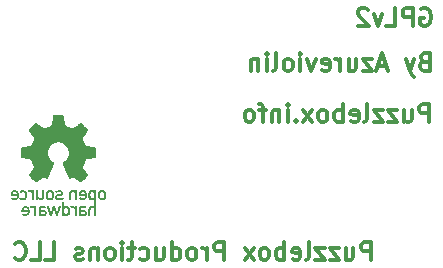
<source format=gbo>
G04 (created by PCBNEW (2013-05-16 BZR 4016)-stable) date 7/10/2013 01:08:46*
%MOIN*%
G04 Gerber Fmt 3.4, Leading zero omitted, Abs format*
%FSLAX34Y34*%
G01*
G70*
G90*
G04 APERTURE LIST*
%ADD10C,0.00590551*%
%ADD11C,0.011811*%
%ADD12C,0.0001*%
G04 APERTURE END LIST*
G54D10*
G54D11*
X100698Y-53929D02*
X100613Y-53957D01*
X100585Y-53985D01*
X100557Y-54042D01*
X100557Y-54126D01*
X100585Y-54182D01*
X100613Y-54210D01*
X100669Y-54239D01*
X100894Y-54239D01*
X100894Y-53648D01*
X100698Y-53648D01*
X100641Y-53676D01*
X100613Y-53704D01*
X100585Y-53760D01*
X100585Y-53817D01*
X100613Y-53873D01*
X100641Y-53901D01*
X100698Y-53929D01*
X100894Y-53929D01*
X100360Y-53845D02*
X100220Y-54239D01*
X100079Y-53845D02*
X100220Y-54239D01*
X100276Y-54379D01*
X100304Y-54407D01*
X100360Y-54435D01*
X99432Y-54070D02*
X99151Y-54070D01*
X99488Y-54239D02*
X99292Y-53648D01*
X99095Y-54239D01*
X98954Y-53845D02*
X98645Y-53845D01*
X98954Y-54239D01*
X98645Y-54239D01*
X98167Y-53845D02*
X98167Y-54239D01*
X98420Y-53845D02*
X98420Y-54154D01*
X98392Y-54210D01*
X98335Y-54239D01*
X98251Y-54239D01*
X98195Y-54210D01*
X98167Y-54182D01*
X97885Y-54239D02*
X97885Y-53845D01*
X97885Y-53957D02*
X97857Y-53901D01*
X97829Y-53873D01*
X97773Y-53845D01*
X97717Y-53845D01*
X97295Y-54210D02*
X97351Y-54239D01*
X97464Y-54239D01*
X97520Y-54210D01*
X97548Y-54154D01*
X97548Y-53929D01*
X97520Y-53873D01*
X97464Y-53845D01*
X97351Y-53845D01*
X97295Y-53873D01*
X97267Y-53929D01*
X97267Y-53985D01*
X97548Y-54042D01*
X97070Y-53845D02*
X96929Y-54239D01*
X96789Y-53845D01*
X96564Y-54239D02*
X96564Y-53845D01*
X96564Y-53648D02*
X96592Y-53676D01*
X96564Y-53704D01*
X96536Y-53676D01*
X96564Y-53648D01*
X96564Y-53704D01*
X96198Y-54239D02*
X96254Y-54210D01*
X96283Y-54182D01*
X96311Y-54126D01*
X96311Y-53957D01*
X96283Y-53901D01*
X96254Y-53873D01*
X96198Y-53845D01*
X96114Y-53845D01*
X96058Y-53873D01*
X96029Y-53901D01*
X96001Y-53957D01*
X96001Y-54126D01*
X96029Y-54182D01*
X96058Y-54210D01*
X96114Y-54239D01*
X96198Y-54239D01*
X95664Y-54239D02*
X95720Y-54210D01*
X95748Y-54154D01*
X95748Y-53648D01*
X95439Y-54239D02*
X95439Y-53845D01*
X95439Y-53648D02*
X95467Y-53676D01*
X95439Y-53704D01*
X95411Y-53676D01*
X95439Y-53648D01*
X95439Y-53704D01*
X95158Y-53845D02*
X95158Y-54239D01*
X95158Y-53901D02*
X95130Y-53873D01*
X95073Y-53845D01*
X94989Y-53845D01*
X94933Y-53873D01*
X94905Y-53929D01*
X94905Y-54239D01*
X100865Y-55939D02*
X100865Y-55348D01*
X100640Y-55348D01*
X100584Y-55376D01*
X100555Y-55404D01*
X100527Y-55460D01*
X100527Y-55545D01*
X100555Y-55601D01*
X100584Y-55629D01*
X100640Y-55657D01*
X100865Y-55657D01*
X100021Y-55545D02*
X100021Y-55939D01*
X100274Y-55545D02*
X100274Y-55854D01*
X100246Y-55910D01*
X100190Y-55939D01*
X100105Y-55939D01*
X100049Y-55910D01*
X100021Y-55882D01*
X99796Y-55545D02*
X99487Y-55545D01*
X99796Y-55939D01*
X99487Y-55939D01*
X99318Y-55545D02*
X99009Y-55545D01*
X99318Y-55939D01*
X99009Y-55939D01*
X98699Y-55939D02*
X98756Y-55910D01*
X98784Y-55854D01*
X98784Y-55348D01*
X98249Y-55910D02*
X98306Y-55939D01*
X98418Y-55939D01*
X98474Y-55910D01*
X98503Y-55854D01*
X98503Y-55629D01*
X98474Y-55573D01*
X98418Y-55545D01*
X98306Y-55545D01*
X98249Y-55573D01*
X98221Y-55629D01*
X98221Y-55685D01*
X98503Y-55742D01*
X97968Y-55939D02*
X97968Y-55348D01*
X97968Y-55573D02*
X97912Y-55545D01*
X97800Y-55545D01*
X97743Y-55573D01*
X97715Y-55601D01*
X97687Y-55657D01*
X97687Y-55826D01*
X97715Y-55882D01*
X97743Y-55910D01*
X97800Y-55939D01*
X97912Y-55939D01*
X97968Y-55910D01*
X97350Y-55939D02*
X97406Y-55910D01*
X97434Y-55882D01*
X97462Y-55826D01*
X97462Y-55657D01*
X97434Y-55601D01*
X97406Y-55573D01*
X97350Y-55545D01*
X97265Y-55545D01*
X97209Y-55573D01*
X97181Y-55601D01*
X97153Y-55657D01*
X97153Y-55826D01*
X97181Y-55882D01*
X97209Y-55910D01*
X97265Y-55939D01*
X97350Y-55939D01*
X96956Y-55939D02*
X96647Y-55545D01*
X96956Y-55545D02*
X96647Y-55939D01*
X96422Y-55882D02*
X96393Y-55910D01*
X96422Y-55939D01*
X96450Y-55910D01*
X96422Y-55882D01*
X96422Y-55939D01*
X96140Y-55939D02*
X96140Y-55545D01*
X96140Y-55348D02*
X96168Y-55376D01*
X96140Y-55404D01*
X96112Y-55376D01*
X96140Y-55348D01*
X96140Y-55404D01*
X95859Y-55545D02*
X95859Y-55939D01*
X95859Y-55601D02*
X95831Y-55573D01*
X95775Y-55545D01*
X95690Y-55545D01*
X95634Y-55573D01*
X95606Y-55629D01*
X95606Y-55939D01*
X95409Y-55545D02*
X95184Y-55545D01*
X95325Y-55939D02*
X95325Y-55432D01*
X95297Y-55376D01*
X95240Y-55348D01*
X95184Y-55348D01*
X94903Y-55939D02*
X94959Y-55910D01*
X94987Y-55882D01*
X95015Y-55826D01*
X95015Y-55657D01*
X94987Y-55601D01*
X94959Y-55573D01*
X94903Y-55545D01*
X94819Y-55545D01*
X94762Y-55573D01*
X94734Y-55601D01*
X94706Y-55657D01*
X94706Y-55826D01*
X94734Y-55882D01*
X94762Y-55910D01*
X94819Y-55939D01*
X94903Y-55939D01*
X98919Y-60539D02*
X98919Y-59948D01*
X98694Y-59948D01*
X98638Y-59976D01*
X98610Y-60004D01*
X98582Y-60060D01*
X98582Y-60145D01*
X98610Y-60201D01*
X98638Y-60229D01*
X98694Y-60257D01*
X98919Y-60257D01*
X98075Y-60145D02*
X98075Y-60539D01*
X98329Y-60145D02*
X98329Y-60454D01*
X98300Y-60510D01*
X98244Y-60539D01*
X98160Y-60539D01*
X98104Y-60510D01*
X98075Y-60482D01*
X97850Y-60145D02*
X97541Y-60145D01*
X97850Y-60539D01*
X97541Y-60539D01*
X97372Y-60145D02*
X97063Y-60145D01*
X97372Y-60539D01*
X97063Y-60539D01*
X96754Y-60539D02*
X96810Y-60510D01*
X96838Y-60454D01*
X96838Y-59948D01*
X96304Y-60510D02*
X96360Y-60539D01*
X96473Y-60539D01*
X96529Y-60510D01*
X96557Y-60454D01*
X96557Y-60229D01*
X96529Y-60173D01*
X96473Y-60145D01*
X96360Y-60145D01*
X96304Y-60173D01*
X96276Y-60229D01*
X96276Y-60285D01*
X96557Y-60342D01*
X96023Y-60539D02*
X96023Y-59948D01*
X96023Y-60173D02*
X95966Y-60145D01*
X95854Y-60145D01*
X95798Y-60173D01*
X95769Y-60201D01*
X95741Y-60257D01*
X95741Y-60426D01*
X95769Y-60482D01*
X95798Y-60510D01*
X95854Y-60539D01*
X95966Y-60539D01*
X96023Y-60510D01*
X95404Y-60539D02*
X95460Y-60510D01*
X95488Y-60482D01*
X95516Y-60426D01*
X95516Y-60257D01*
X95488Y-60201D01*
X95460Y-60173D01*
X95404Y-60145D01*
X95320Y-60145D01*
X95263Y-60173D01*
X95235Y-60201D01*
X95207Y-60257D01*
X95207Y-60426D01*
X95235Y-60482D01*
X95263Y-60510D01*
X95320Y-60539D01*
X95404Y-60539D01*
X95010Y-60539D02*
X94701Y-60145D01*
X95010Y-60145D02*
X94701Y-60539D01*
X94026Y-60539D02*
X94026Y-59948D01*
X93801Y-59948D01*
X93745Y-59976D01*
X93717Y-60004D01*
X93688Y-60060D01*
X93688Y-60145D01*
X93717Y-60201D01*
X93745Y-60229D01*
X93801Y-60257D01*
X94026Y-60257D01*
X93435Y-60539D02*
X93435Y-60145D01*
X93435Y-60257D02*
X93407Y-60201D01*
X93379Y-60173D01*
X93323Y-60145D01*
X93267Y-60145D01*
X92985Y-60539D02*
X93042Y-60510D01*
X93070Y-60482D01*
X93098Y-60426D01*
X93098Y-60257D01*
X93070Y-60201D01*
X93042Y-60173D01*
X92985Y-60145D01*
X92901Y-60145D01*
X92845Y-60173D01*
X92817Y-60201D01*
X92789Y-60257D01*
X92789Y-60426D01*
X92817Y-60482D01*
X92845Y-60510D01*
X92901Y-60539D01*
X92985Y-60539D01*
X92282Y-60539D02*
X92282Y-59948D01*
X92282Y-60510D02*
X92339Y-60539D01*
X92451Y-60539D01*
X92507Y-60510D01*
X92535Y-60482D01*
X92564Y-60426D01*
X92564Y-60257D01*
X92535Y-60201D01*
X92507Y-60173D01*
X92451Y-60145D01*
X92339Y-60145D01*
X92282Y-60173D01*
X91748Y-60145D02*
X91748Y-60539D01*
X92001Y-60145D02*
X92001Y-60454D01*
X91973Y-60510D01*
X91917Y-60539D01*
X91832Y-60539D01*
X91776Y-60510D01*
X91748Y-60482D01*
X91214Y-60510D02*
X91270Y-60539D01*
X91383Y-60539D01*
X91439Y-60510D01*
X91467Y-60482D01*
X91495Y-60426D01*
X91495Y-60257D01*
X91467Y-60201D01*
X91439Y-60173D01*
X91383Y-60145D01*
X91270Y-60145D01*
X91214Y-60173D01*
X91045Y-60145D02*
X90820Y-60145D01*
X90961Y-59948D02*
X90961Y-60454D01*
X90933Y-60510D01*
X90876Y-60539D01*
X90820Y-60539D01*
X90623Y-60539D02*
X90623Y-60145D01*
X90623Y-59948D02*
X90651Y-59976D01*
X90623Y-60004D01*
X90595Y-59976D01*
X90623Y-59948D01*
X90623Y-60004D01*
X90258Y-60539D02*
X90314Y-60510D01*
X90342Y-60482D01*
X90370Y-60426D01*
X90370Y-60257D01*
X90342Y-60201D01*
X90314Y-60173D01*
X90258Y-60145D01*
X90173Y-60145D01*
X90117Y-60173D01*
X90089Y-60201D01*
X90061Y-60257D01*
X90061Y-60426D01*
X90089Y-60482D01*
X90117Y-60510D01*
X90173Y-60539D01*
X90258Y-60539D01*
X89808Y-60145D02*
X89808Y-60539D01*
X89808Y-60201D02*
X89780Y-60173D01*
X89723Y-60145D01*
X89639Y-60145D01*
X89583Y-60173D01*
X89555Y-60229D01*
X89555Y-60539D01*
X89302Y-60510D02*
X89245Y-60539D01*
X89133Y-60539D01*
X89077Y-60510D01*
X89048Y-60454D01*
X89048Y-60426D01*
X89077Y-60370D01*
X89133Y-60342D01*
X89217Y-60342D01*
X89273Y-60314D01*
X89302Y-60257D01*
X89302Y-60229D01*
X89273Y-60173D01*
X89217Y-60145D01*
X89133Y-60145D01*
X89077Y-60173D01*
X88064Y-60539D02*
X88345Y-60539D01*
X88345Y-59948D01*
X87586Y-60539D02*
X87867Y-60539D01*
X87867Y-59948D01*
X87052Y-60482D02*
X87080Y-60510D01*
X87164Y-60539D01*
X87221Y-60539D01*
X87305Y-60510D01*
X87361Y-60454D01*
X87389Y-60398D01*
X87417Y-60285D01*
X87417Y-60201D01*
X87389Y-60089D01*
X87361Y-60032D01*
X87305Y-59976D01*
X87221Y-59948D01*
X87164Y-59948D01*
X87080Y-59976D01*
X87052Y-60004D01*
X100585Y-52176D02*
X100642Y-52148D01*
X100726Y-52148D01*
X100810Y-52176D01*
X100867Y-52232D01*
X100895Y-52289D01*
X100923Y-52401D01*
X100923Y-52485D01*
X100895Y-52598D01*
X100867Y-52654D01*
X100810Y-52710D01*
X100726Y-52739D01*
X100670Y-52739D01*
X100585Y-52710D01*
X100557Y-52682D01*
X100557Y-52485D01*
X100670Y-52485D01*
X100304Y-52739D02*
X100304Y-52148D01*
X100079Y-52148D01*
X100023Y-52176D01*
X99995Y-52204D01*
X99967Y-52260D01*
X99967Y-52345D01*
X99995Y-52401D01*
X100023Y-52429D01*
X100079Y-52457D01*
X100304Y-52457D01*
X99432Y-52739D02*
X99714Y-52739D01*
X99714Y-52148D01*
X99292Y-52345D02*
X99151Y-52739D01*
X99011Y-52345D01*
X98814Y-52204D02*
X98786Y-52176D01*
X98729Y-52148D01*
X98589Y-52148D01*
X98532Y-52176D01*
X98504Y-52204D01*
X98476Y-52260D01*
X98476Y-52317D01*
X98504Y-52401D01*
X98842Y-52739D01*
X98476Y-52739D01*
G54D12*
G36*
X89179Y-59073D02*
X89215Y-59073D01*
X89250Y-59073D01*
X89250Y-59060D01*
X89250Y-59046D01*
X89250Y-58956D01*
X89250Y-58933D01*
X89300Y-58933D01*
X89323Y-58934D01*
X89341Y-58935D01*
X89354Y-58936D01*
X89364Y-58939D01*
X89372Y-58944D01*
X89378Y-58949D01*
X89378Y-58950D01*
X89384Y-58961D01*
X89385Y-58972D01*
X89382Y-58986D01*
X89374Y-58998D01*
X89359Y-59007D01*
X89355Y-59009D01*
X89344Y-59011D01*
X89329Y-59012D01*
X89312Y-59012D01*
X89295Y-59011D01*
X89281Y-59009D01*
X89272Y-59006D01*
X89261Y-58998D01*
X89254Y-58983D01*
X89250Y-58964D01*
X89250Y-58956D01*
X89250Y-59046D01*
X89263Y-59057D01*
X89274Y-59065D01*
X89287Y-59071D01*
X89291Y-59073D01*
X89312Y-59076D01*
X89336Y-59076D01*
X89360Y-59074D01*
X89380Y-59069D01*
X89401Y-59059D01*
X89420Y-59045D01*
X89435Y-59027D01*
X89445Y-59007D01*
X89445Y-59005D01*
X89450Y-58979D01*
X89448Y-58955D01*
X89440Y-58932D01*
X89427Y-58912D01*
X89408Y-58896D01*
X89393Y-58887D01*
X89387Y-58884D01*
X89380Y-58882D01*
X89373Y-58880D01*
X89364Y-58879D01*
X89352Y-58878D01*
X89335Y-58878D01*
X89313Y-58877D01*
X89313Y-58877D01*
X89250Y-58876D01*
X89250Y-58853D01*
X89251Y-58840D01*
X89252Y-58829D01*
X89254Y-58822D01*
X89261Y-58813D01*
X89275Y-58806D01*
X89293Y-58802D01*
X89301Y-58801D01*
X89325Y-58800D01*
X89343Y-58802D01*
X89357Y-58807D01*
X89368Y-58814D01*
X89374Y-58818D01*
X89378Y-58821D01*
X89382Y-58821D01*
X89388Y-58818D01*
X89397Y-58813D01*
X89409Y-58803D01*
X89411Y-58802D01*
X89422Y-58794D01*
X89428Y-58789D01*
X89430Y-58785D01*
X89430Y-58781D01*
X89428Y-58778D01*
X89420Y-58769D01*
X89407Y-58760D01*
X89392Y-58751D01*
X89377Y-58744D01*
X89369Y-58742D01*
X89357Y-58739D01*
X89344Y-58737D01*
X89328Y-58737D01*
X89310Y-58737D01*
X89279Y-58740D01*
X89253Y-58745D01*
X89232Y-58753D01*
X89215Y-58765D01*
X89201Y-58780D01*
X89200Y-58782D01*
X89195Y-58788D01*
X89192Y-58794D01*
X89189Y-58801D01*
X89187Y-58808D01*
X89185Y-58817D01*
X89184Y-58829D01*
X89183Y-58844D01*
X89182Y-58863D01*
X89182Y-58887D01*
X89181Y-58916D01*
X89181Y-58946D01*
X89179Y-59073D01*
X89179Y-59073D01*
X89179Y-59073D01*
G37*
G36*
X88617Y-59073D02*
X88650Y-59073D01*
X88683Y-59073D01*
X88683Y-59057D01*
X88683Y-59040D01*
X88685Y-59042D01*
X88685Y-58915D01*
X88686Y-58893D01*
X88687Y-58871D01*
X88690Y-58852D01*
X88694Y-58838D01*
X88696Y-58834D01*
X88707Y-58820D01*
X88721Y-58810D01*
X88738Y-58805D01*
X88755Y-58804D01*
X88772Y-58808D01*
X88788Y-58815D01*
X88800Y-58828D01*
X88804Y-58834D01*
X88809Y-58847D01*
X88812Y-58865D01*
X88814Y-58886D01*
X88814Y-58909D01*
X88814Y-58931D01*
X88812Y-58952D01*
X88808Y-58969D01*
X88804Y-58979D01*
X88798Y-58989D01*
X88790Y-58997D01*
X88789Y-58998D01*
X88775Y-59005D01*
X88758Y-59008D01*
X88740Y-59008D01*
X88723Y-59004D01*
X88715Y-59000D01*
X88704Y-58991D01*
X88695Y-58976D01*
X88689Y-58955D01*
X88687Y-58937D01*
X88685Y-58915D01*
X88685Y-59042D01*
X88702Y-59054D01*
X88727Y-59067D01*
X88752Y-59075D01*
X88778Y-59076D01*
X88804Y-59072D01*
X88807Y-59071D01*
X88830Y-59059D01*
X88850Y-59043D01*
X88862Y-59029D01*
X88868Y-59019D01*
X88872Y-59010D01*
X88876Y-59001D01*
X88878Y-58990D01*
X88880Y-58977D01*
X88881Y-58960D01*
X88881Y-58939D01*
X88882Y-58913D01*
X88882Y-58903D01*
X88881Y-58878D01*
X88881Y-58859D01*
X88881Y-58844D01*
X88880Y-58833D01*
X88879Y-58824D01*
X88878Y-58817D01*
X88876Y-58811D01*
X88874Y-58805D01*
X88861Y-58782D01*
X88844Y-58764D01*
X88822Y-58749D01*
X88798Y-58740D01*
X88778Y-58737D01*
X88753Y-58738D01*
X88730Y-58744D01*
X88709Y-58756D01*
X88703Y-58760D01*
X88685Y-58774D01*
X88684Y-58690D01*
X88683Y-58607D01*
X88650Y-58607D01*
X88617Y-58607D01*
X88617Y-58840D01*
X88617Y-59073D01*
X88617Y-59073D01*
X88617Y-59073D01*
G37*
G36*
X87836Y-59073D02*
X87870Y-59073D01*
X87903Y-59073D01*
X87903Y-58933D01*
X87955Y-58933D01*
X87979Y-58934D01*
X87997Y-58935D01*
X88011Y-58936D01*
X88021Y-58939D01*
X88028Y-58943D01*
X88034Y-58949D01*
X88035Y-58950D01*
X88039Y-58961D01*
X88040Y-58974D01*
X88038Y-58986D01*
X88035Y-58993D01*
X88026Y-59001D01*
X88015Y-59008D01*
X88000Y-59011D01*
X87979Y-59012D01*
X87964Y-59012D01*
X87947Y-59011D01*
X87935Y-59009D01*
X87928Y-59007D01*
X87924Y-59004D01*
X87916Y-58997D01*
X87911Y-58988D01*
X87907Y-58976D01*
X87905Y-58958D01*
X87905Y-58958D01*
X87903Y-58933D01*
X87903Y-59073D01*
X87903Y-59073D01*
X87903Y-59060D01*
X87904Y-59051D01*
X87907Y-59047D01*
X87911Y-59049D01*
X87913Y-59053D01*
X87918Y-59057D01*
X87926Y-59063D01*
X87932Y-59067D01*
X87942Y-59071D01*
X87952Y-59073D01*
X87965Y-59075D01*
X87980Y-59076D01*
X87999Y-59076D01*
X88016Y-59074D01*
X88027Y-59072D01*
X88053Y-59062D01*
X88074Y-59047D01*
X88090Y-59029D01*
X88100Y-59007D01*
X88104Y-58982D01*
X88104Y-58975D01*
X88101Y-58949D01*
X88093Y-58926D01*
X88078Y-58907D01*
X88058Y-58892D01*
X88047Y-58886D01*
X88041Y-58883D01*
X88034Y-58881D01*
X88025Y-58880D01*
X88014Y-58879D01*
X87999Y-58878D01*
X87978Y-58877D01*
X87968Y-58877D01*
X87905Y-58875D01*
X87906Y-58851D01*
X87906Y-58838D01*
X87908Y-58827D01*
X87910Y-58820D01*
X87918Y-58812D01*
X87931Y-58806D01*
X87949Y-58802D01*
X87964Y-58801D01*
X87985Y-58801D01*
X88002Y-58803D01*
X88015Y-58808D01*
X88027Y-58816D01*
X88037Y-58824D01*
X88062Y-58805D01*
X88073Y-58797D01*
X88081Y-58790D01*
X88086Y-58785D01*
X88087Y-58784D01*
X88084Y-58779D01*
X88077Y-58772D01*
X88067Y-58764D01*
X88056Y-58756D01*
X88044Y-58749D01*
X88042Y-58748D01*
X88034Y-58744D01*
X88026Y-58742D01*
X88019Y-58740D01*
X88010Y-58739D01*
X87997Y-58739D01*
X87980Y-58739D01*
X87972Y-58739D01*
X87951Y-58739D01*
X87937Y-58739D01*
X87925Y-58740D01*
X87916Y-58742D01*
X87908Y-58744D01*
X87902Y-58747D01*
X87880Y-58758D01*
X87861Y-58775D01*
X87848Y-58794D01*
X87846Y-58798D01*
X87844Y-58802D01*
X87843Y-58807D01*
X87841Y-58812D01*
X87840Y-58818D01*
X87839Y-58826D01*
X87839Y-58837D01*
X87838Y-58852D01*
X87838Y-58870D01*
X87838Y-58894D01*
X87837Y-58923D01*
X87837Y-58944D01*
X87836Y-59073D01*
X87836Y-59073D01*
X87836Y-59073D01*
G37*
G36*
X87263Y-58933D02*
X87333Y-58933D01*
X87333Y-58877D01*
X87333Y-58866D01*
X87335Y-58855D01*
X87340Y-58842D01*
X87346Y-58829D01*
X87353Y-58818D01*
X87355Y-58816D01*
X87369Y-58807D01*
X87387Y-58802D01*
X87403Y-58800D01*
X87422Y-58803D01*
X87440Y-58812D01*
X87454Y-58826D01*
X87464Y-58843D01*
X87469Y-58861D01*
X87471Y-58877D01*
X87402Y-58877D01*
X87333Y-58877D01*
X87333Y-58933D01*
X87367Y-58933D01*
X87470Y-58933D01*
X87470Y-58944D01*
X87468Y-58953D01*
X87465Y-58965D01*
X87462Y-58973D01*
X87451Y-58989D01*
X87435Y-59002D01*
X87417Y-59010D01*
X87396Y-59013D01*
X87374Y-59011D01*
X87353Y-59003D01*
X87338Y-58995D01*
X87328Y-58989D01*
X87321Y-58985D01*
X87318Y-58984D01*
X87314Y-58986D01*
X87307Y-58991D01*
X87298Y-58999D01*
X87293Y-59003D01*
X87272Y-59023D01*
X87285Y-59037D01*
X87304Y-59052D01*
X87328Y-59064D01*
X87354Y-59072D01*
X87382Y-59076D01*
X87410Y-59076D01*
X87434Y-59072D01*
X87462Y-59061D01*
X87486Y-59046D01*
X87505Y-59027D01*
X87520Y-59003D01*
X87530Y-58974D01*
X87536Y-58941D01*
X87538Y-58908D01*
X87537Y-58879D01*
X87533Y-58853D01*
X87527Y-58830D01*
X87518Y-58808D01*
X87518Y-58807D01*
X87503Y-58784D01*
X87484Y-58765D01*
X87462Y-58751D01*
X87438Y-58742D01*
X87412Y-58737D01*
X87385Y-58737D01*
X87359Y-58743D01*
X87334Y-58754D01*
X87311Y-58770D01*
X87305Y-58776D01*
X87289Y-58795D01*
X87277Y-58817D01*
X87269Y-58843D01*
X87264Y-58874D01*
X87263Y-58903D01*
X87263Y-58933D01*
X87263Y-58933D01*
X87263Y-58933D01*
G37*
G36*
X89497Y-59073D02*
X89530Y-59073D01*
X89563Y-59073D01*
X89564Y-58963D01*
X89564Y-58932D01*
X89565Y-58908D01*
X89565Y-58889D01*
X89565Y-58874D01*
X89566Y-58863D01*
X89567Y-58855D01*
X89568Y-58849D01*
X89569Y-58844D01*
X89571Y-58840D01*
X89572Y-58838D01*
X89585Y-58821D01*
X89601Y-58810D01*
X89620Y-58804D01*
X89637Y-58805D01*
X89658Y-58810D01*
X89674Y-58820D01*
X89684Y-58833D01*
X89686Y-58836D01*
X89688Y-58840D01*
X89689Y-58844D01*
X89690Y-58851D01*
X89691Y-58859D01*
X89692Y-58871D01*
X89692Y-58886D01*
X89693Y-58906D01*
X89693Y-58931D01*
X89693Y-58958D01*
X89695Y-59072D01*
X89729Y-59073D01*
X89763Y-59074D01*
X89763Y-58643D01*
X89763Y-58213D01*
X89729Y-58214D01*
X89695Y-58215D01*
X89693Y-58231D01*
X89692Y-58247D01*
X89684Y-58239D01*
X89677Y-58233D01*
X89666Y-58227D01*
X89656Y-58221D01*
X89643Y-58216D01*
X89631Y-58213D01*
X89617Y-58212D01*
X89608Y-58212D01*
X89594Y-58212D01*
X89583Y-58214D01*
X89572Y-58217D01*
X89560Y-58222D01*
X89559Y-58223D01*
X89537Y-58237D01*
X89520Y-58255D01*
X89507Y-58277D01*
X89506Y-58280D01*
X89504Y-58286D01*
X89502Y-58292D01*
X89501Y-58299D01*
X89500Y-58308D01*
X89499Y-58319D01*
X89499Y-58335D01*
X89499Y-58355D01*
X89498Y-58380D01*
X89499Y-58410D01*
X89499Y-58434D01*
X89500Y-58453D01*
X89502Y-58468D01*
X89505Y-58480D01*
X89509Y-58490D01*
X89514Y-58499D01*
X89521Y-58508D01*
X89530Y-58517D01*
X89531Y-58518D01*
X89550Y-58534D01*
X89565Y-58542D01*
X89565Y-58383D01*
X89566Y-58353D01*
X89569Y-58329D01*
X89574Y-58311D01*
X89582Y-58297D01*
X89593Y-58287D01*
X89607Y-58282D01*
X89625Y-58280D01*
X89630Y-58280D01*
X89649Y-58282D01*
X89664Y-58288D01*
X89677Y-58299D01*
X89678Y-58301D01*
X89685Y-58312D01*
X89689Y-58326D01*
X89692Y-58343D01*
X89693Y-58366D01*
X89693Y-58391D01*
X89692Y-58410D01*
X89691Y-58423D01*
X89690Y-58433D01*
X89688Y-58441D01*
X89685Y-58449D01*
X89683Y-58452D01*
X89673Y-58467D01*
X89658Y-58477D01*
X89640Y-58482D01*
X89625Y-58483D01*
X89609Y-58481D01*
X89596Y-58476D01*
X89592Y-58473D01*
X89583Y-58465D01*
X89576Y-58456D01*
X89571Y-58443D01*
X89567Y-58427D01*
X89566Y-58406D01*
X89565Y-58383D01*
X89565Y-58542D01*
X89569Y-58544D01*
X89590Y-58549D01*
X89606Y-58551D01*
X89634Y-58548D01*
X89659Y-58538D01*
X89676Y-58528D01*
X89684Y-58522D01*
X89690Y-58518D01*
X89692Y-58518D01*
X89692Y-58521D01*
X89693Y-58531D01*
X89693Y-58545D01*
X89693Y-58564D01*
X89693Y-58587D01*
X89693Y-58613D01*
X89693Y-58641D01*
X89693Y-58645D01*
X89692Y-58771D01*
X89679Y-58760D01*
X89657Y-58747D01*
X89633Y-58739D01*
X89607Y-58737D01*
X89582Y-58740D01*
X89558Y-58748D01*
X89537Y-58762D01*
X89535Y-58764D01*
X89518Y-58782D01*
X89506Y-58804D01*
X89502Y-58817D01*
X89501Y-58823D01*
X89499Y-58830D01*
X89498Y-58839D01*
X89498Y-58852D01*
X89497Y-58868D01*
X89497Y-58888D01*
X89497Y-58913D01*
X89497Y-58944D01*
X89497Y-58954D01*
X89497Y-59073D01*
X89497Y-59073D01*
X89497Y-59073D01*
G37*
G36*
X88884Y-58762D02*
X88907Y-58790D01*
X88917Y-58801D01*
X88925Y-58811D01*
X88931Y-58817D01*
X88933Y-58818D01*
X88937Y-58817D01*
X88945Y-58813D01*
X88951Y-58810D01*
X88970Y-58805D01*
X88989Y-58805D01*
X89007Y-58811D01*
X89022Y-58822D01*
X89033Y-58837D01*
X89033Y-58838D01*
X89035Y-58842D01*
X89036Y-58846D01*
X89038Y-58852D01*
X89039Y-58859D01*
X89039Y-58868D01*
X89040Y-58881D01*
X89040Y-58898D01*
X89040Y-58919D01*
X89040Y-58946D01*
X89040Y-58963D01*
X89040Y-59073D01*
X89075Y-59073D01*
X89110Y-59073D01*
X89110Y-58907D01*
X89110Y-58740D01*
X89075Y-58740D01*
X89040Y-58740D01*
X89040Y-58757D01*
X89040Y-58774D01*
X89026Y-58762D01*
X89005Y-58748D01*
X88981Y-58740D01*
X88955Y-58737D01*
X88936Y-58739D01*
X88916Y-58743D01*
X88899Y-58751D01*
X88891Y-58756D01*
X88884Y-58762D01*
X88884Y-58762D01*
X88884Y-58762D01*
G37*
G36*
X88110Y-58741D02*
X88111Y-58744D01*
X88114Y-58753D01*
X88118Y-58767D01*
X88124Y-58786D01*
X88132Y-58809D01*
X88140Y-58835D01*
X88149Y-58864D01*
X88159Y-58895D01*
X88163Y-58907D01*
X88216Y-59072D01*
X88246Y-59073D01*
X88276Y-59074D01*
X88279Y-59063D01*
X88285Y-59043D01*
X88291Y-59021D01*
X88298Y-58998D01*
X88306Y-58973D01*
X88313Y-58949D01*
X88320Y-58925D01*
X88327Y-58903D01*
X88333Y-58884D01*
X88339Y-58867D01*
X88343Y-58855D01*
X88345Y-58847D01*
X88346Y-58845D01*
X88348Y-58849D01*
X88351Y-58858D01*
X88355Y-58872D01*
X88361Y-58890D01*
X88367Y-58912D01*
X88375Y-58937D01*
X88382Y-58959D01*
X88415Y-59072D01*
X88445Y-59073D01*
X88475Y-59074D01*
X88528Y-58909D01*
X88538Y-58878D01*
X88547Y-58848D01*
X88556Y-58821D01*
X88564Y-58796D01*
X88570Y-58776D01*
X88575Y-58760D01*
X88578Y-58749D01*
X88580Y-58743D01*
X88580Y-58743D01*
X88577Y-58741D01*
X88569Y-58740D01*
X88558Y-58740D01*
X88545Y-58740D01*
X88532Y-58741D01*
X88520Y-58741D01*
X88512Y-58743D01*
X88509Y-58744D01*
X88508Y-58748D01*
X88505Y-58758D01*
X88501Y-58773D01*
X88496Y-58791D01*
X88490Y-58814D01*
X88483Y-58838D01*
X88478Y-58857D01*
X88471Y-58883D01*
X88465Y-58906D01*
X88459Y-58927D01*
X88454Y-58945D01*
X88450Y-58958D01*
X88448Y-58965D01*
X88447Y-58968D01*
X88445Y-58965D01*
X88442Y-58957D01*
X88437Y-58944D01*
X88431Y-58926D01*
X88424Y-58905D01*
X88416Y-58881D01*
X88408Y-58856D01*
X88371Y-58742D01*
X88346Y-58741D01*
X88321Y-58740D01*
X88284Y-58855D01*
X88275Y-58881D01*
X88267Y-58905D01*
X88260Y-58927D01*
X88254Y-58945D01*
X88250Y-58958D01*
X88247Y-58967D01*
X88245Y-58970D01*
X88244Y-58967D01*
X88242Y-58958D01*
X88238Y-58944D01*
X88233Y-58926D01*
X88227Y-58905D01*
X88220Y-58880D01*
X88213Y-58855D01*
X88182Y-58740D01*
X88146Y-58740D01*
X88131Y-58740D01*
X88120Y-58740D01*
X88112Y-58741D01*
X88110Y-58741D01*
X88110Y-58741D01*
X88110Y-58741D01*
G37*
G36*
X87543Y-58761D02*
X87545Y-58767D01*
X87550Y-58775D01*
X87560Y-58787D01*
X87563Y-58791D01*
X87588Y-58819D01*
X87603Y-58811D01*
X87621Y-58805D01*
X87640Y-58805D01*
X87658Y-58809D01*
X87673Y-58819D01*
X87686Y-58833D01*
X87693Y-58849D01*
X87694Y-58856D01*
X87695Y-58869D01*
X87696Y-58887D01*
X87696Y-58909D01*
X87696Y-58936D01*
X87697Y-58965D01*
X87697Y-58968D01*
X87697Y-59073D01*
X87730Y-59073D01*
X87763Y-59073D01*
X87763Y-58907D01*
X87763Y-58740D01*
X87730Y-58740D01*
X87697Y-58740D01*
X87697Y-58757D01*
X87697Y-58774D01*
X87685Y-58764D01*
X87669Y-58752D01*
X87653Y-58744D01*
X87634Y-58740D01*
X87610Y-58738D01*
X87610Y-58738D01*
X87594Y-58739D01*
X87582Y-58740D01*
X87573Y-58742D01*
X87565Y-58746D01*
X87565Y-58746D01*
X87553Y-58752D01*
X87546Y-58757D01*
X87543Y-58761D01*
X87543Y-58761D01*
X87543Y-58761D01*
G37*
G36*
X88390Y-58441D02*
X88391Y-58464D01*
X88398Y-58486D01*
X88407Y-58503D01*
X88417Y-58514D01*
X88431Y-58524D01*
X88447Y-58534D01*
X88462Y-58541D01*
X88463Y-58542D01*
X88480Y-58546D01*
X88501Y-58549D01*
X88524Y-58550D01*
X88546Y-58550D01*
X88551Y-58550D01*
X88586Y-58543D01*
X88619Y-58529D01*
X88641Y-58517D01*
X88655Y-58507D01*
X88665Y-58500D01*
X88669Y-58495D01*
X88668Y-58489D01*
X88663Y-58482D01*
X88654Y-58472D01*
X88650Y-58468D01*
X88627Y-58445D01*
X88614Y-58456D01*
X88590Y-58472D01*
X88564Y-58482D01*
X88536Y-58486D01*
X88516Y-58486D01*
X88495Y-58484D01*
X88480Y-58480D01*
X88470Y-58473D01*
X88462Y-58462D01*
X88461Y-58461D01*
X88457Y-58448D01*
X88459Y-58436D01*
X88465Y-58425D01*
X88472Y-58420D01*
X88479Y-58418D01*
X88491Y-58416D01*
X88506Y-58413D01*
X88524Y-58411D01*
X88528Y-58411D01*
X88548Y-58408D01*
X88566Y-58406D01*
X88581Y-58403D01*
X88591Y-58400D01*
X88592Y-58400D01*
X88614Y-58388D01*
X88631Y-58373D01*
X88643Y-58353D01*
X88650Y-58329D01*
X88651Y-58311D01*
X88648Y-58285D01*
X88639Y-58263D01*
X88625Y-58245D01*
X88606Y-58230D01*
X88582Y-58219D01*
X88553Y-58213D01*
X88537Y-58211D01*
X88501Y-58212D01*
X88467Y-58219D01*
X88436Y-58231D01*
X88410Y-58246D01*
X88396Y-58256D01*
X88417Y-58280D01*
X88426Y-58290D01*
X88434Y-58298D01*
X88438Y-58302D01*
X88440Y-58303D01*
X88443Y-58301D01*
X88451Y-58297D01*
X88462Y-58292D01*
X88463Y-58291D01*
X88484Y-58283D01*
X88506Y-58277D01*
X88527Y-58275D01*
X88547Y-58276D01*
X88563Y-58280D01*
X88570Y-58284D01*
X88579Y-58295D01*
X88583Y-58308D01*
X88582Y-58321D01*
X88580Y-58327D01*
X88575Y-58333D01*
X88566Y-58338D01*
X88553Y-58342D01*
X88535Y-58344D01*
X88511Y-58347D01*
X88510Y-58347D01*
X88483Y-58350D01*
X88461Y-58354D01*
X88445Y-58359D01*
X88431Y-58366D01*
X88419Y-58375D01*
X88415Y-58379D01*
X88402Y-58397D01*
X88394Y-58418D01*
X88390Y-58441D01*
X88390Y-58441D01*
X88390Y-58441D01*
G37*
G36*
X89821Y-58401D02*
X89822Y-58426D01*
X89824Y-58446D01*
X89829Y-58464D01*
X89836Y-58479D01*
X89843Y-58493D01*
X89857Y-58510D01*
X89873Y-58524D01*
X89887Y-58533D01*
X89887Y-58386D01*
X89887Y-58370D01*
X89889Y-58346D01*
X89893Y-58326D01*
X89898Y-58312D01*
X89906Y-58300D01*
X89914Y-58293D01*
X89926Y-58285D01*
X89937Y-58281D01*
X89951Y-58280D01*
X89957Y-58280D01*
X89978Y-58282D01*
X89995Y-58290D01*
X90008Y-58302D01*
X90018Y-58320D01*
X90024Y-58343D01*
X90026Y-58372D01*
X90026Y-58397D01*
X90023Y-58422D01*
X90018Y-58442D01*
X90010Y-58457D01*
X89999Y-58469D01*
X89985Y-58477D01*
X89969Y-58482D01*
X89951Y-58482D01*
X89932Y-58479D01*
X89922Y-58475D01*
X89909Y-58466D01*
X89899Y-58453D01*
X89892Y-58436D01*
X89888Y-58414D01*
X89887Y-58386D01*
X89887Y-58533D01*
X89892Y-58536D01*
X89898Y-58539D01*
X89906Y-58543D01*
X89915Y-58546D01*
X89924Y-58548D01*
X89938Y-58549D01*
X89952Y-58549D01*
X89972Y-58549D01*
X89987Y-58548D01*
X89998Y-58546D01*
X90003Y-58544D01*
X90028Y-58532D01*
X90051Y-58514D01*
X90060Y-58504D01*
X90071Y-58490D01*
X90080Y-58475D01*
X90086Y-58458D01*
X90090Y-58437D01*
X90092Y-58413D01*
X90093Y-58383D01*
X90093Y-58380D01*
X90093Y-58351D01*
X90090Y-58326D01*
X90086Y-58306D01*
X90080Y-58289D01*
X90072Y-58273D01*
X90068Y-58268D01*
X90050Y-58246D01*
X90029Y-58230D01*
X90004Y-58219D01*
X89984Y-58213D01*
X89953Y-58210D01*
X89924Y-58214D01*
X89897Y-58223D01*
X89872Y-58239D01*
X89851Y-58260D01*
X89847Y-58265D01*
X89838Y-58277D01*
X89832Y-58289D01*
X89828Y-58302D01*
X89825Y-58318D01*
X89823Y-58337D01*
X89821Y-58362D01*
X89821Y-58371D01*
X89821Y-58401D01*
X89821Y-58401D01*
X89821Y-58401D01*
G37*
G36*
X89177Y-58407D02*
X89244Y-58407D01*
X89244Y-58350D01*
X89247Y-58335D01*
X89254Y-58313D01*
X89265Y-58296D01*
X89281Y-58283D01*
X89299Y-58277D01*
X89315Y-58275D01*
X89334Y-58277D01*
X89350Y-58284D01*
X89364Y-58295D01*
X89364Y-58296D01*
X89372Y-58307D01*
X89379Y-58321D01*
X89383Y-58335D01*
X89383Y-58342D01*
X89383Y-58350D01*
X89314Y-58350D01*
X89244Y-58350D01*
X89244Y-58407D01*
X89281Y-58407D01*
X89384Y-58407D01*
X89382Y-58422D01*
X89377Y-58442D01*
X89367Y-58460D01*
X89357Y-58471D01*
X89341Y-58481D01*
X89321Y-58486D01*
X89300Y-58486D01*
X89279Y-58483D01*
X89259Y-58475D01*
X89242Y-58463D01*
X89241Y-58463D01*
X89237Y-58459D01*
X89234Y-58458D01*
X89229Y-58459D01*
X89223Y-58464D01*
X89214Y-58471D01*
X89204Y-58479D01*
X89194Y-58488D01*
X89188Y-58495D01*
X89187Y-58500D01*
X89190Y-58506D01*
X89199Y-58513D01*
X89211Y-58522D01*
X89234Y-58536D01*
X89259Y-58545D01*
X89288Y-58549D01*
X89305Y-58550D01*
X89320Y-58549D01*
X89335Y-58548D01*
X89347Y-58546D01*
X89350Y-58545D01*
X89373Y-58537D01*
X89392Y-58526D01*
X89407Y-58513D01*
X89423Y-58494D01*
X89436Y-58472D01*
X89444Y-58445D01*
X89449Y-58415D01*
X89450Y-58382D01*
X89448Y-58345D01*
X89443Y-58314D01*
X89433Y-58286D01*
X89419Y-58263D01*
X89401Y-58243D01*
X89379Y-58227D01*
X89354Y-58217D01*
X89328Y-58212D01*
X89301Y-58212D01*
X89275Y-58217D01*
X89250Y-58227D01*
X89228Y-58241D01*
X89209Y-58260D01*
X89194Y-58283D01*
X89193Y-58285D01*
X89186Y-58303D01*
X89181Y-58322D01*
X89178Y-58344D01*
X89177Y-58370D01*
X89177Y-58374D01*
X89177Y-58407D01*
X89177Y-58407D01*
X89177Y-58407D01*
G37*
G36*
X88077Y-58380D02*
X88078Y-58408D01*
X88081Y-58433D01*
X88085Y-58456D01*
X88091Y-58474D01*
X88091Y-58475D01*
X88105Y-58497D01*
X88123Y-58517D01*
X88145Y-58533D01*
X88146Y-58534D01*
X88146Y-58392D01*
X88146Y-58381D01*
X88146Y-58362D01*
X88146Y-58348D01*
X88147Y-58338D01*
X88149Y-58331D01*
X88151Y-58324D01*
X88154Y-58316D01*
X88155Y-58314D01*
X88167Y-58298D01*
X88181Y-58287D01*
X88200Y-58281D01*
X88214Y-58280D01*
X88236Y-58282D01*
X88254Y-58291D01*
X88268Y-58304D01*
X88277Y-58322D01*
X88280Y-58331D01*
X88282Y-58346D01*
X88283Y-58365D01*
X88283Y-58386D01*
X88282Y-58406D01*
X88281Y-58424D01*
X88278Y-58437D01*
X88270Y-58455D01*
X88257Y-58469D01*
X88242Y-58478D01*
X88240Y-58479D01*
X88221Y-58483D01*
X88201Y-58482D01*
X88185Y-58477D01*
X88172Y-58470D01*
X88162Y-58461D01*
X88155Y-58450D01*
X88150Y-58435D01*
X88147Y-58416D01*
X88146Y-58392D01*
X88146Y-58534D01*
X88153Y-58537D01*
X88163Y-58542D01*
X88173Y-58546D01*
X88182Y-58548D01*
X88195Y-58549D01*
X88210Y-58549D01*
X88229Y-58549D01*
X88243Y-58549D01*
X88254Y-58547D01*
X88262Y-58544D01*
X88288Y-58531D01*
X88311Y-58513D01*
X88328Y-58491D01*
X88341Y-58465D01*
X88347Y-58446D01*
X88349Y-58430D01*
X88350Y-58410D01*
X88350Y-58387D01*
X88350Y-58364D01*
X88349Y-58342D01*
X88347Y-58323D01*
X88345Y-58312D01*
X88341Y-58295D01*
X88336Y-58282D01*
X88329Y-58270D01*
X88318Y-58258D01*
X88315Y-58254D01*
X88293Y-58234D01*
X88268Y-58220D01*
X88240Y-58213D01*
X88210Y-58211D01*
X88205Y-58211D01*
X88185Y-58214D01*
X88169Y-58217D01*
X88154Y-58223D01*
X88139Y-58232D01*
X88136Y-58234D01*
X88115Y-58252D01*
X88098Y-58274D01*
X88087Y-58298D01*
X88085Y-58305D01*
X88081Y-58327D01*
X88078Y-58353D01*
X88077Y-58380D01*
X88077Y-58380D01*
X88077Y-58380D01*
G37*
G36*
X87753Y-58547D02*
X87788Y-58547D01*
X87823Y-58547D01*
X87823Y-58530D01*
X87823Y-58513D01*
X87838Y-58526D01*
X87850Y-58535D01*
X87862Y-58542D01*
X87869Y-58545D01*
X87884Y-58548D01*
X87902Y-58550D01*
X87920Y-58549D01*
X87936Y-58547D01*
X87944Y-58545D01*
X87967Y-58534D01*
X87988Y-58517D01*
X88005Y-58496D01*
X88011Y-58484D01*
X88013Y-58480D01*
X88014Y-58475D01*
X88016Y-58470D01*
X88017Y-58463D01*
X88017Y-58454D01*
X88018Y-58442D01*
X88018Y-58426D01*
X88019Y-58405D01*
X88019Y-58380D01*
X88019Y-58349D01*
X88019Y-58341D01*
X88020Y-58213D01*
X87987Y-58213D01*
X87953Y-58213D01*
X87953Y-58318D01*
X87953Y-58351D01*
X87953Y-58378D01*
X87952Y-58400D01*
X87951Y-58418D01*
X87950Y-58431D01*
X87948Y-58442D01*
X87945Y-58450D01*
X87941Y-58456D01*
X87937Y-58462D01*
X87934Y-58464D01*
X87918Y-58476D01*
X87900Y-58482D01*
X87881Y-58483D01*
X87863Y-58479D01*
X87847Y-58470D01*
X87834Y-58456D01*
X87825Y-58442D01*
X87823Y-58329D01*
X87822Y-58215D01*
X87787Y-58214D01*
X87753Y-58213D01*
X87753Y-58380D01*
X87753Y-58547D01*
X87753Y-58547D01*
X87753Y-58547D01*
G37*
G36*
X87193Y-58268D02*
X87214Y-58286D01*
X87226Y-58297D01*
X87234Y-58304D01*
X87240Y-58307D01*
X87245Y-58308D01*
X87250Y-58305D01*
X87256Y-58300D01*
X87275Y-58288D01*
X87296Y-58281D01*
X87315Y-58280D01*
X87339Y-58282D01*
X87359Y-58290D01*
X87375Y-58304D01*
X87386Y-58322D01*
X87393Y-58345D01*
X87396Y-58373D01*
X87396Y-58392D01*
X87393Y-58418D01*
X87387Y-58439D01*
X87377Y-58456D01*
X87363Y-58469D01*
X87359Y-58471D01*
X87339Y-58480D01*
X87316Y-58483D01*
X87294Y-58481D01*
X87273Y-58473D01*
X87256Y-58461D01*
X87243Y-58449D01*
X87220Y-58470D01*
X87210Y-58480D01*
X87202Y-58487D01*
X87197Y-58492D01*
X87197Y-58493D01*
X87199Y-58498D01*
X87206Y-58505D01*
X87216Y-58514D01*
X87228Y-58523D01*
X87240Y-58531D01*
X87251Y-58537D01*
X87253Y-58538D01*
X87264Y-58543D01*
X87273Y-58546D01*
X87283Y-58548D01*
X87296Y-58549D01*
X87310Y-58549D01*
X87332Y-58549D01*
X87349Y-58548D01*
X87358Y-58546D01*
X87388Y-58533D01*
X87413Y-58516D01*
X87433Y-58494D01*
X87448Y-58468D01*
X87458Y-58438D01*
X87462Y-58420D01*
X87463Y-58398D01*
X87464Y-58374D01*
X87463Y-58351D01*
X87460Y-58331D01*
X87458Y-58324D01*
X87447Y-58293D01*
X87431Y-58266D01*
X87411Y-58245D01*
X87386Y-58228D01*
X87357Y-58217D01*
X87336Y-58212D01*
X87306Y-58211D01*
X87276Y-58216D01*
X87247Y-58227D01*
X87221Y-58243D01*
X87211Y-58252D01*
X87193Y-58268D01*
X87193Y-58268D01*
X87193Y-58268D01*
G37*
G36*
X86903Y-58407D02*
X86970Y-58407D01*
X86970Y-58350D01*
X86972Y-58341D01*
X86978Y-58320D01*
X86984Y-58304D01*
X86993Y-58293D01*
X87004Y-58285D01*
X87006Y-58284D01*
X87025Y-58276D01*
X87043Y-58275D01*
X87061Y-58278D01*
X87079Y-58287D01*
X87094Y-58300D01*
X87104Y-58319D01*
X87109Y-58336D01*
X87111Y-58350D01*
X87040Y-58350D01*
X86970Y-58350D01*
X86970Y-58407D01*
X87007Y-58407D01*
X87111Y-58407D01*
X87109Y-58422D01*
X87103Y-58444D01*
X87092Y-58462D01*
X87076Y-58475D01*
X87057Y-58483D01*
X87042Y-58486D01*
X87017Y-58485D01*
X86995Y-58480D01*
X86975Y-58468D01*
X86974Y-58468D01*
X86966Y-58462D01*
X86960Y-58458D01*
X86958Y-58457D01*
X86955Y-58459D01*
X86948Y-58464D01*
X86939Y-58472D01*
X86933Y-58477D01*
X86909Y-58497D01*
X86919Y-58507D01*
X86936Y-58521D01*
X86956Y-58534D01*
X86979Y-58543D01*
X86980Y-58544D01*
X86997Y-58547D01*
X87017Y-58549D01*
X87039Y-58550D01*
X87060Y-58549D01*
X87075Y-58546D01*
X87092Y-58540D01*
X87110Y-58531D01*
X87127Y-58519D01*
X87141Y-58506D01*
X87144Y-58501D01*
X87157Y-58481D01*
X87167Y-58458D01*
X87173Y-58432D01*
X87176Y-58401D01*
X87177Y-58380D01*
X87174Y-58343D01*
X87168Y-58310D01*
X87157Y-58281D01*
X87141Y-58257D01*
X87131Y-58246D01*
X87108Y-58229D01*
X87082Y-58218D01*
X87055Y-58212D01*
X87028Y-58212D01*
X87001Y-58217D01*
X86976Y-58227D01*
X86953Y-58242D01*
X86933Y-58262D01*
X86922Y-58278D01*
X86913Y-58297D01*
X86907Y-58318D01*
X86904Y-58343D01*
X86903Y-58369D01*
X86903Y-58407D01*
X86903Y-58407D01*
X86903Y-58407D01*
G37*
G36*
X88853Y-58547D02*
X88888Y-58547D01*
X88923Y-58547D01*
X88923Y-58438D01*
X88924Y-58407D01*
X88924Y-58383D01*
X88924Y-58364D01*
X88924Y-58349D01*
X88925Y-58338D01*
X88926Y-58330D01*
X88927Y-58323D01*
X88928Y-58319D01*
X88930Y-58315D01*
X88940Y-58299D01*
X88954Y-58287D01*
X88969Y-58282D01*
X88990Y-58279D01*
X89010Y-58283D01*
X89027Y-58292D01*
X89041Y-58306D01*
X89044Y-58311D01*
X89046Y-58315D01*
X89048Y-58319D01*
X89049Y-58323D01*
X89050Y-58329D01*
X89051Y-58337D01*
X89051Y-58348D01*
X89052Y-58363D01*
X89052Y-58382D01*
X89052Y-58406D01*
X89053Y-58436D01*
X89054Y-58547D01*
X89087Y-58547D01*
X89120Y-58547D01*
X89120Y-58380D01*
X89120Y-58213D01*
X89087Y-58213D01*
X89053Y-58213D01*
X89053Y-58232D01*
X89053Y-58251D01*
X89040Y-58239D01*
X89027Y-58228D01*
X89014Y-58221D01*
X88999Y-58216D01*
X88986Y-58213D01*
X88959Y-58211D01*
X88934Y-58216D01*
X88911Y-58226D01*
X88891Y-58241D01*
X88874Y-58260D01*
X88862Y-58283D01*
X88857Y-58303D01*
X88856Y-58311D01*
X88855Y-58324D01*
X88855Y-58342D01*
X88854Y-58365D01*
X88854Y-58390D01*
X88853Y-58417D01*
X88853Y-58434D01*
X88853Y-58547D01*
X88853Y-58547D01*
X88853Y-58547D01*
G37*
G36*
X87460Y-58236D02*
X87461Y-58241D01*
X87467Y-58249D01*
X87477Y-58261D01*
X87480Y-58265D01*
X87490Y-58276D01*
X87498Y-58285D01*
X87503Y-58292D01*
X87505Y-58293D01*
X87509Y-58292D01*
X87515Y-58288D01*
X87531Y-58281D01*
X87549Y-58279D01*
X87567Y-58282D01*
X87585Y-58289D01*
X87599Y-58301D01*
X87607Y-58315D01*
X87609Y-58319D01*
X87610Y-58324D01*
X87611Y-58330D01*
X87612Y-58339D01*
X87612Y-58351D01*
X87613Y-58366D01*
X87613Y-58386D01*
X87613Y-58411D01*
X87613Y-58438D01*
X87613Y-58547D01*
X87647Y-58547D01*
X87680Y-58547D01*
X87680Y-58380D01*
X87680Y-58213D01*
X87647Y-58213D01*
X87613Y-58213D01*
X87613Y-58230D01*
X87613Y-58248D01*
X87602Y-58239D01*
X87580Y-58224D01*
X87556Y-58215D01*
X87529Y-58212D01*
X87528Y-58212D01*
X87513Y-58212D01*
X87501Y-58214D01*
X87491Y-58217D01*
X87483Y-58221D01*
X87471Y-58227D01*
X87463Y-58231D01*
X87460Y-58236D01*
X87460Y-58236D01*
X87460Y-58236D01*
G37*
G36*
X87257Y-57000D02*
X87257Y-57031D01*
X87257Y-57056D01*
X87257Y-57077D01*
X87257Y-57093D01*
X87258Y-57105D01*
X87258Y-57114D01*
X87259Y-57120D01*
X87260Y-57125D01*
X87261Y-57128D01*
X87262Y-57130D01*
X87265Y-57131D01*
X87268Y-57133D01*
X87274Y-57135D01*
X87283Y-57138D01*
X87295Y-57140D01*
X87311Y-57144D01*
X87331Y-57148D01*
X87357Y-57153D01*
X87387Y-57159D01*
X87422Y-57165D01*
X87458Y-57172D01*
X87489Y-57178D01*
X87514Y-57182D01*
X87535Y-57187D01*
X87550Y-57190D01*
X87562Y-57193D01*
X87571Y-57195D01*
X87576Y-57197D01*
X87579Y-57199D01*
X87580Y-57200D01*
X87583Y-57205D01*
X87588Y-57215D01*
X87594Y-57230D01*
X87602Y-57248D01*
X87611Y-57269D01*
X87620Y-57292D01*
X87630Y-57317D01*
X87640Y-57341D01*
X87649Y-57365D01*
X87658Y-57388D01*
X87666Y-57408D01*
X87672Y-57426D01*
X87677Y-57439D01*
X87679Y-57448D01*
X87680Y-57450D01*
X87678Y-57455D01*
X87672Y-57466D01*
X87662Y-57482D01*
X87648Y-57503D01*
X87631Y-57530D01*
X87609Y-57562D01*
X87593Y-57585D01*
X87576Y-57611D01*
X87559Y-57635D01*
X87544Y-57658D01*
X87531Y-57678D01*
X87521Y-57694D01*
X87513Y-57707D01*
X87508Y-57715D01*
X87507Y-57718D01*
X87509Y-57722D01*
X87515Y-57730D01*
X87526Y-57741D01*
X87539Y-57755D01*
X87555Y-57772D01*
X87573Y-57790D01*
X87592Y-57810D01*
X87612Y-57831D01*
X87633Y-57852D01*
X87653Y-57872D01*
X87673Y-57891D01*
X87691Y-57909D01*
X87708Y-57925D01*
X87722Y-57938D01*
X87733Y-57948D01*
X87740Y-57955D01*
X87744Y-57957D01*
X87748Y-57955D01*
X87756Y-57950D01*
X87769Y-57941D01*
X87786Y-57930D01*
X87806Y-57917D01*
X87829Y-57902D01*
X87853Y-57885D01*
X87874Y-57871D01*
X87908Y-57848D01*
X87937Y-57828D01*
X87962Y-57812D01*
X87981Y-57800D01*
X87995Y-57791D01*
X88004Y-57787D01*
X88007Y-57786D01*
X88012Y-57787D01*
X88023Y-57791D01*
X88037Y-57798D01*
X88053Y-57806D01*
X88071Y-57816D01*
X88073Y-57816D01*
X88094Y-57828D01*
X88109Y-57836D01*
X88121Y-57841D01*
X88129Y-57844D01*
X88134Y-57844D01*
X88135Y-57844D01*
X88137Y-57841D01*
X88142Y-57832D01*
X88148Y-57817D01*
X88156Y-57799D01*
X88166Y-57776D01*
X88177Y-57750D01*
X88190Y-57721D01*
X88203Y-57690D01*
X88217Y-57656D01*
X88232Y-57622D01*
X88246Y-57587D01*
X88261Y-57551D01*
X88276Y-57516D01*
X88290Y-57482D01*
X88304Y-57449D01*
X88316Y-57418D01*
X88328Y-57390D01*
X88338Y-57364D01*
X88347Y-57343D01*
X88354Y-57325D01*
X88359Y-57312D01*
X88362Y-57304D01*
X88362Y-57303D01*
X88362Y-57297D01*
X88360Y-57292D01*
X88352Y-57286D01*
X88350Y-57284D01*
X88324Y-57266D01*
X88300Y-57247D01*
X88277Y-57229D01*
X88258Y-57213D01*
X88246Y-57201D01*
X88216Y-57164D01*
X88192Y-57124D01*
X88173Y-57081D01*
X88161Y-57036D01*
X88154Y-56989D01*
X88153Y-56964D01*
X88157Y-56917D01*
X88166Y-56872D01*
X88181Y-56829D01*
X88201Y-56789D01*
X88227Y-56752D01*
X88257Y-56718D01*
X88291Y-56689D01*
X88329Y-56664D01*
X88370Y-56644D01*
X88415Y-56630D01*
X88439Y-56625D01*
X88486Y-56620D01*
X88532Y-56621D01*
X88577Y-56629D01*
X88620Y-56642D01*
X88660Y-56660D01*
X88698Y-56683D01*
X88733Y-56711D01*
X88763Y-56744D01*
X88790Y-56780D01*
X88812Y-56821D01*
X88828Y-56864D01*
X88837Y-56897D01*
X88843Y-56943D01*
X88843Y-56990D01*
X88836Y-57036D01*
X88824Y-57080D01*
X88805Y-57123D01*
X88782Y-57162D01*
X88752Y-57199D01*
X88751Y-57201D01*
X88736Y-57215D01*
X88717Y-57232D01*
X88694Y-57250D01*
X88669Y-57269D01*
X88646Y-57284D01*
X88638Y-57291D01*
X88635Y-57296D01*
X88634Y-57301D01*
X88635Y-57303D01*
X88636Y-57308D01*
X88640Y-57319D01*
X88647Y-57335D01*
X88655Y-57355D01*
X88664Y-57379D01*
X88676Y-57407D01*
X88688Y-57437D01*
X88701Y-57469D01*
X88715Y-57502D01*
X88730Y-57537D01*
X88745Y-57573D01*
X88759Y-57608D01*
X88774Y-57643D01*
X88788Y-57677D01*
X88802Y-57709D01*
X88815Y-57739D01*
X88827Y-57766D01*
X88837Y-57790D01*
X88846Y-57811D01*
X88853Y-57827D01*
X88858Y-57838D01*
X88861Y-57843D01*
X88861Y-57844D01*
X88865Y-57844D01*
X88871Y-57843D01*
X88881Y-57839D01*
X88895Y-57832D01*
X88913Y-57822D01*
X88924Y-57816D01*
X88942Y-57807D01*
X88959Y-57798D01*
X88973Y-57792D01*
X88984Y-57787D01*
X88990Y-57786D01*
X88990Y-57786D01*
X88995Y-57788D01*
X89006Y-57794D01*
X89021Y-57803D01*
X89042Y-57817D01*
X89068Y-57834D01*
X89099Y-57855D01*
X89123Y-57871D01*
X89149Y-57889D01*
X89173Y-57905D01*
X89195Y-57920D01*
X89214Y-57933D01*
X89230Y-57943D01*
X89243Y-57951D01*
X89250Y-57956D01*
X89253Y-57957D01*
X89256Y-57954D01*
X89264Y-57948D01*
X89275Y-57937D01*
X89290Y-57924D01*
X89307Y-57907D01*
X89327Y-57888D01*
X89348Y-57867D01*
X89371Y-57844D01*
X89374Y-57841D01*
X89405Y-57810D01*
X89431Y-57783D01*
X89453Y-57761D01*
X89469Y-57744D01*
X89481Y-57731D01*
X89488Y-57722D01*
X89490Y-57718D01*
X89488Y-57714D01*
X89483Y-57705D01*
X89475Y-57692D01*
X89464Y-57675D01*
X89450Y-57655D01*
X89435Y-57632D01*
X89418Y-57607D01*
X89403Y-57585D01*
X89379Y-57550D01*
X89359Y-57520D01*
X89343Y-57495D01*
X89330Y-57476D01*
X89322Y-57462D01*
X89318Y-57453D01*
X89317Y-57450D01*
X89318Y-57445D01*
X89321Y-57435D01*
X89327Y-57420D01*
X89334Y-57402D01*
X89342Y-57380D01*
X89351Y-57357D01*
X89360Y-57333D01*
X89370Y-57308D01*
X89380Y-57284D01*
X89389Y-57262D01*
X89397Y-57241D01*
X89405Y-57224D01*
X89411Y-57211D01*
X89415Y-57202D01*
X89416Y-57200D01*
X89419Y-57198D01*
X89423Y-57196D01*
X89430Y-57194D01*
X89440Y-57191D01*
X89454Y-57188D01*
X89472Y-57185D01*
X89494Y-57180D01*
X89522Y-57175D01*
X89556Y-57169D01*
X89575Y-57165D01*
X89611Y-57158D01*
X89642Y-57152D01*
X89667Y-57148D01*
X89687Y-57144D01*
X89702Y-57140D01*
X89714Y-57137D01*
X89723Y-57135D01*
X89729Y-57133D01*
X89732Y-57131D01*
X89734Y-57130D01*
X89736Y-57128D01*
X89737Y-57125D01*
X89738Y-57120D01*
X89738Y-57114D01*
X89739Y-57105D01*
X89739Y-57092D01*
X89740Y-57076D01*
X89740Y-57056D01*
X89740Y-57030D01*
X89740Y-56999D01*
X89740Y-56963D01*
X89740Y-56926D01*
X89740Y-56896D01*
X89740Y-56870D01*
X89740Y-56850D01*
X89739Y-56834D01*
X89739Y-56822D01*
X89738Y-56813D01*
X89738Y-56806D01*
X89737Y-56802D01*
X89736Y-56799D01*
X89734Y-56797D01*
X89732Y-56795D01*
X89728Y-56794D01*
X89721Y-56791D01*
X89712Y-56789D01*
X89699Y-56786D01*
X89683Y-56783D01*
X89661Y-56778D01*
X89635Y-56773D01*
X89603Y-56767D01*
X89574Y-56762D01*
X89543Y-56756D01*
X89513Y-56750D01*
X89486Y-56745D01*
X89462Y-56741D01*
X89443Y-56737D01*
X89427Y-56733D01*
X89417Y-56731D01*
X89414Y-56730D01*
X89412Y-56729D01*
X89410Y-56728D01*
X89408Y-56725D01*
X89406Y-56722D01*
X89403Y-56716D01*
X89399Y-56707D01*
X89393Y-56695D01*
X89386Y-56680D01*
X89378Y-56659D01*
X89367Y-56634D01*
X89355Y-56607D01*
X89342Y-56577D01*
X89332Y-56552D01*
X89324Y-56533D01*
X89317Y-56518D01*
X89313Y-56506D01*
X89310Y-56497D01*
X89309Y-56491D01*
X89308Y-56487D01*
X89309Y-56483D01*
X89310Y-56480D01*
X89310Y-56479D01*
X89313Y-56475D01*
X89319Y-56466D01*
X89328Y-56453D01*
X89340Y-56435D01*
X89354Y-56415D01*
X89369Y-56392D01*
X89386Y-56367D01*
X89402Y-56344D01*
X89420Y-56318D01*
X89437Y-56293D01*
X89452Y-56270D01*
X89465Y-56250D01*
X89476Y-56234D01*
X89484Y-56221D01*
X89489Y-56212D01*
X89490Y-56209D01*
X89488Y-56205D01*
X89481Y-56197D01*
X89471Y-56185D01*
X89458Y-56171D01*
X89442Y-56154D01*
X89424Y-56135D01*
X89404Y-56116D01*
X89384Y-56095D01*
X89363Y-56075D01*
X89343Y-56054D01*
X89323Y-56035D01*
X89305Y-56017D01*
X89288Y-56002D01*
X89274Y-55989D01*
X89263Y-55979D01*
X89255Y-55973D01*
X89251Y-55971D01*
X89247Y-55973D01*
X89238Y-55978D01*
X89225Y-55987D01*
X89208Y-55998D01*
X89188Y-56012D01*
X89165Y-56027D01*
X89140Y-56044D01*
X89113Y-56063D01*
X89110Y-56064D01*
X89075Y-56089D01*
X89045Y-56109D01*
X89020Y-56125D01*
X89000Y-56138D01*
X88985Y-56148D01*
X88974Y-56154D01*
X88968Y-56156D01*
X88967Y-56157D01*
X88962Y-56155D01*
X88952Y-56152D01*
X88937Y-56146D01*
X88918Y-56139D01*
X88896Y-56130D01*
X88871Y-56121D01*
X88850Y-56112D01*
X88818Y-56099D01*
X88792Y-56088D01*
X88772Y-56079D01*
X88756Y-56072D01*
X88745Y-56066D01*
X88739Y-56062D01*
X88736Y-56060D01*
X88734Y-56055D01*
X88731Y-56044D01*
X88727Y-56029D01*
X88723Y-56007D01*
X88717Y-55979D01*
X88711Y-55945D01*
X88703Y-55905D01*
X88702Y-55897D01*
X88696Y-55865D01*
X88690Y-55835D01*
X88685Y-55808D01*
X88680Y-55784D01*
X88676Y-55763D01*
X88673Y-55748D01*
X88671Y-55737D01*
X88670Y-55732D01*
X88666Y-55723D01*
X88498Y-55723D01*
X88331Y-55723D01*
X88327Y-55732D01*
X88326Y-55738D01*
X88324Y-55748D01*
X88320Y-55765D01*
X88316Y-55785D01*
X88311Y-55810D01*
X88306Y-55837D01*
X88301Y-55867D01*
X88295Y-55897D01*
X88287Y-55938D01*
X88281Y-55973D01*
X88275Y-56002D01*
X88270Y-56025D01*
X88266Y-56042D01*
X88263Y-56053D01*
X88261Y-56059D01*
X88260Y-56060D01*
X88257Y-56063D01*
X88249Y-56067D01*
X88238Y-56073D01*
X88222Y-56080D01*
X88201Y-56090D01*
X88174Y-56101D01*
X88146Y-56112D01*
X88121Y-56123D01*
X88097Y-56132D01*
X88076Y-56140D01*
X88057Y-56147D01*
X88043Y-56152D01*
X88034Y-56156D01*
X88030Y-56157D01*
X88028Y-56157D01*
X88026Y-56156D01*
X88023Y-56156D01*
X88020Y-56154D01*
X88015Y-56152D01*
X88009Y-56148D01*
X88000Y-56142D01*
X87989Y-56134D01*
X87974Y-56125D01*
X87956Y-56112D01*
X87934Y-56097D01*
X87907Y-56079D01*
X87875Y-56057D01*
X87869Y-56052D01*
X87844Y-56035D01*
X87820Y-56019D01*
X87799Y-56005D01*
X87780Y-55993D01*
X87765Y-55983D01*
X87754Y-55975D01*
X87747Y-55971D01*
X87746Y-55971D01*
X87742Y-55973D01*
X87734Y-55979D01*
X87723Y-55989D01*
X87709Y-56002D01*
X87692Y-56017D01*
X87674Y-56035D01*
X87654Y-56054D01*
X87633Y-56075D01*
X87613Y-56095D01*
X87592Y-56116D01*
X87573Y-56135D01*
X87555Y-56154D01*
X87539Y-56171D01*
X87526Y-56185D01*
X87515Y-56197D01*
X87509Y-56205D01*
X87507Y-56209D01*
X87508Y-56213D01*
X87514Y-56222D01*
X87522Y-56235D01*
X87533Y-56252D01*
X87546Y-56273D01*
X87562Y-56295D01*
X87578Y-56320D01*
X87595Y-56345D01*
X87613Y-56372D01*
X87630Y-56396D01*
X87646Y-56419D01*
X87659Y-56439D01*
X87670Y-56456D01*
X87679Y-56470D01*
X87685Y-56478D01*
X87687Y-56482D01*
X87688Y-56485D01*
X87688Y-56488D01*
X87688Y-56492D01*
X87687Y-56497D01*
X87684Y-56505D01*
X87680Y-56515D01*
X87675Y-56529D01*
X87667Y-56547D01*
X87658Y-56569D01*
X87646Y-56597D01*
X87642Y-56607D01*
X87629Y-56637D01*
X87618Y-56661D01*
X87610Y-56681D01*
X87603Y-56696D01*
X87598Y-56708D01*
X87594Y-56716D01*
X87591Y-56722D01*
X87588Y-56726D01*
X87587Y-56728D01*
X87585Y-56729D01*
X87583Y-56730D01*
X87579Y-56731D01*
X87568Y-56734D01*
X87553Y-56737D01*
X87533Y-56741D01*
X87509Y-56745D01*
X87482Y-56751D01*
X87452Y-56756D01*
X87423Y-56762D01*
X87386Y-56769D01*
X87355Y-56774D01*
X87330Y-56779D01*
X87310Y-56783D01*
X87294Y-56787D01*
X87282Y-56790D01*
X87274Y-56792D01*
X87268Y-56794D01*
X87264Y-56796D01*
X87262Y-56797D01*
X87261Y-56799D01*
X87260Y-56802D01*
X87259Y-56806D01*
X87258Y-56813D01*
X87258Y-56822D01*
X87257Y-56834D01*
X87257Y-56850D01*
X87257Y-56871D01*
X87257Y-56896D01*
X87257Y-56927D01*
X87257Y-56963D01*
X87257Y-57000D01*
X87257Y-57000D01*
X87257Y-57000D01*
G37*
M02*

</source>
